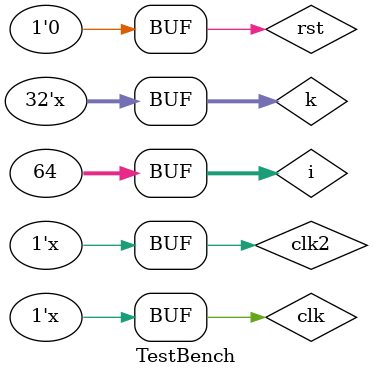
<source format=v>
`timescale 1ns/1ps
module TestBench;

reg clk;
reg clk2;
reg rst;

initial begin
    clk = 1;
	clk2 = 1;
    rst = 0;
    #0.1 rst = 1;
    #0.2 rst = 0;             
end

always #1	begin
    clk = ~clk;
	#0.1 clk2 = ~clk2;
end
	
multiMips multiMips(.clk(clk), .rst(rst));

integer k;
initial begin
	k = 0;
end

always @ (clk2, k) 
begin
	$display("Time  = %d, [clk] = %d", k, clk);		
	$display("[$s0] = %d, [$s1] = %d, [$s2] = %d", multiMips.regfile.regs[16], multiMips.regfile.regs[17], multiMips.regfile.regs[18]);	
	$display("[$s3] = %d, [$s4] = %d, [$s5] = %d", multiMips.regfile.regs[19], multiMips.regfile.regs[20], multiMips.regfile.regs[21]);
	$display("[$s6] = %d, [$s7] = %d, [$t0] = %d", multiMips.regfile.regs[22], multiMips.regfile.regs[23], multiMips.regfile.regs[8]);
	$display("[$t1] = %d, [$t2] = %d, [$t3] = %d", multiMips.regfile.regs[9],  multiMips.regfile.regs[10], multiMips.regfile.regs[11]);
	$display("[$t4] = %d, [$t5] = %d, [$t6] = %d", multiMips.regfile.regs[12], multiMips.regfile.regs[13], multiMips.regfile.regs[14]);
	$display("[$t7] = %d, [$t8] = %d, [$t9] = %d", multiMips.regfile.regs[15], multiMips.regfile.regs[24], multiMips.regfile.regs[25]);
	$display();
	if(clk == 0) begin
		k = k+1;
	end	
end

integer i;
initial
begin
	for(i = 0; i < 32; i = i + 1) begin
		multiMips.regfile.regs[i] = 32'b0;
	end
	
	for(i = 0; i < 64; i = i + 1) begin
		multiMips.mem.DataMem[i] = 0;
	end
	multiMips.mem.DataMem[0] = 32'h00000001;
	multiMips.mem.DataMem[2] = 32'h00000003;
	multiMips.mem.DataMem[3] = 32'h00000004;
end

endmodule

</source>
